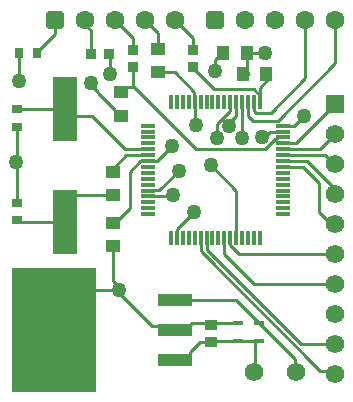
<source format=gtl>
G04*
G04 #@! TF.GenerationSoftware,Altium Limited,Altium Designer,24.7.2 (38)*
G04*
G04 Layer_Physical_Order=1*
G04 Layer_Color=255*
%FSLAX44Y44*%
%MOMM*%
G71*
G04*
G04 #@! TF.SameCoordinates,1ABB164B-B226-434E-8602-407845119EEE*
G04*
G04*
G04 #@! TF.FilePolarity,Positive*
G04*
G01*
G75*
%ADD14R,0.3000X1.2000*%
%ADD15R,1.2000X0.3000*%
%ADD16R,0.9500X0.4500*%
%ADD17R,1.0500X0.9500*%
%ADD18R,7.2000X10.5000*%
%ADD19R,2.8500X1.0500*%
%ADD20R,0.9000X0.8000*%
%ADD21R,1.2000X1.0000*%
%ADD22R,2.0000X5.5000*%
%ADD23R,1.0000X1.2000*%
%ADD24R,0.9121X0.9581*%
%ADD25R,0.9581X0.9121*%
%ADD26R,0.8000X0.9000*%
%ADD34C,1.5700*%
%ADD35R,1.5660X1.5660*%
%ADD36C,1.5660*%
%ADD40C,0.2540*%
%ADD41C,1.6000*%
G04:AMPARAMS|DCode=42|XSize=1.6mm|YSize=1.6mm|CornerRadius=0.4mm|HoleSize=0mm|Usage=FLASHONLY|Rotation=0.000|XOffset=0mm|YOffset=0mm|HoleType=Round|Shape=RoundedRectangle|*
%AMROUNDEDRECTD42*
21,1,1.6000,0.8000,0,0,0.0*
21,1,0.8000,1.6000,0,0,0.0*
1,1,0.8000,0.4000,-0.4000*
1,1,0.8000,-0.4000,-0.4000*
1,1,0.8000,-0.4000,0.4000*
1,1,0.8000,0.4000,0.4000*
%
%ADD42ROUNDEDRECTD42*%
%ADD43C,1.2700*%
D14*
X986120Y623920D02*
D03*
X991120D02*
D03*
X996120D02*
D03*
X1001120D02*
D03*
X1006120D02*
D03*
X1011120D02*
D03*
X1016120D02*
D03*
X1021120D02*
D03*
X1026120D02*
D03*
X1031120D02*
D03*
X1036120D02*
D03*
X1041120D02*
D03*
X1046120D02*
D03*
X1051120D02*
D03*
X1056120D02*
D03*
X1061120D02*
D03*
Y508920D02*
D03*
X1056120D02*
D03*
X1051120D02*
D03*
X1046120D02*
D03*
X1041120D02*
D03*
X1036120D02*
D03*
X1031120D02*
D03*
X1026120D02*
D03*
X1021120D02*
D03*
X1016120D02*
D03*
X1011120D02*
D03*
X1006120D02*
D03*
X1001120D02*
D03*
X996120D02*
D03*
X991120D02*
D03*
X986120D02*
D03*
D15*
X1081120Y603920D02*
D03*
Y598920D02*
D03*
Y593920D02*
D03*
Y588920D02*
D03*
Y583920D02*
D03*
Y578920D02*
D03*
Y573920D02*
D03*
Y568920D02*
D03*
Y563920D02*
D03*
Y558920D02*
D03*
Y553920D02*
D03*
Y548920D02*
D03*
Y543920D02*
D03*
Y538920D02*
D03*
Y533920D02*
D03*
Y528920D02*
D03*
X966120D02*
D03*
Y533920D02*
D03*
Y538920D02*
D03*
Y543920D02*
D03*
Y548920D02*
D03*
Y553920D02*
D03*
Y558920D02*
D03*
Y563920D02*
D03*
Y568920D02*
D03*
Y573920D02*
D03*
Y578920D02*
D03*
Y583920D02*
D03*
Y588920D02*
D03*
Y593920D02*
D03*
Y598920D02*
D03*
Y603920D02*
D03*
D16*
X1060450Y437010D02*
D03*
Y421510D02*
D03*
X1042670Y437010D02*
D03*
Y421510D02*
D03*
D17*
X1019810Y420740D02*
D03*
Y435240D02*
D03*
D18*
X887100Y430530D02*
D03*
D19*
X989100Y455930D02*
D03*
Y430530D02*
D03*
Y405130D02*
D03*
D20*
X855750Y538680D02*
D03*
Y523680D02*
D03*
Y602730D02*
D03*
Y617730D02*
D03*
D21*
X937260Y501810D02*
D03*
Y521810D02*
D03*
Y564990D02*
D03*
Y544990D02*
D03*
X943610Y632300D02*
D03*
Y612300D02*
D03*
X975360Y649130D02*
D03*
Y669130D02*
D03*
D22*
X896620Y617730D02*
D03*
Y522730D02*
D03*
D23*
X1046640Y647700D02*
D03*
X1066640D02*
D03*
X1050130Y665480D02*
D03*
X1030130D02*
D03*
D24*
X1004570Y667670D02*
D03*
Y653130D02*
D03*
X953770Y668020D02*
D03*
Y653480D02*
D03*
D25*
X918560Y664210D02*
D03*
X933100D02*
D03*
D26*
X857370Y665480D02*
D03*
X872370D02*
D03*
D34*
X1092200Y394970D02*
D03*
X1056640D02*
D03*
D35*
X1125220Y622300D02*
D03*
D36*
Y596900D02*
D03*
Y571500D02*
D03*
Y546100D02*
D03*
Y520700D02*
D03*
Y495300D02*
D03*
Y469900D02*
D03*
Y444500D02*
D03*
Y419100D02*
D03*
Y393700D02*
D03*
D40*
X887100Y430530D02*
X921390Y464820D01*
X942340D01*
X1056640Y469900D02*
X1125220D01*
X1031120Y495420D02*
Y508920D01*
Y495420D02*
X1056640Y469900D01*
X1036350Y502598D02*
Y508690D01*
Y502598D02*
X1043648Y495300D01*
X1036120Y508920D02*
X1036350Y508690D01*
X1043648Y495300D02*
X1125220D01*
X975870Y549150D02*
X992505Y565785D01*
X966350Y549150D02*
X975870D01*
X966120Y548920D02*
X966350Y549150D01*
X987150Y543920D02*
X988060Y544830D01*
X966120Y543920D02*
X987150D01*
X950894Y564786D02*
X959798Y573690D01*
X950894Y534444D02*
Y564786D01*
X938260Y521810D02*
X950894Y534444D01*
X991350Y516370D02*
X1005840Y530860D01*
X991350Y509150D02*
Y516370D01*
X991120Y508920D02*
X991350Y509150D01*
X1062943Y594407D02*
X1065692D01*
X1070205Y598920D01*
X1081120D01*
X986120Y508920D02*
X986350Y509150D01*
X1090330Y603920D02*
X1098550Y612140D01*
X1081120Y603920D02*
X1090330D01*
X1055740Y607960D02*
X1076590D01*
X1125220Y656590D02*
Y693420D01*
X1076590Y607960D02*
X1125220Y656590D01*
X1056120Y623920D02*
X1056176Y623864D01*
Y616168D02*
X1057664Y614680D01*
X1056176Y616168D02*
Y623864D01*
X1057664Y614680D02*
X1070610D01*
X1099820Y643890D02*
Y693420D01*
X1070610Y614680D02*
X1099820Y643890D01*
X1051350Y612350D02*
X1055740Y607960D01*
X1051350Y612350D02*
Y623690D01*
X1046480Y593090D02*
Y613510D01*
X1046120Y613870D02*
X1046480Y613510D01*
X1035050Y605938D02*
X1040890Y611778D01*
Y623690D01*
X1035050Y603250D02*
Y605938D01*
X1040890Y623690D02*
X1041120Y623920D01*
X1024890Y605662D02*
X1035890Y616662D01*
X1024890Y593090D02*
Y605662D01*
X1035890Y616662D02*
Y623690D01*
X1036120Y623920D01*
X1006350Y605280D02*
X1007110Y604520D01*
X1006350Y605280D02*
Y623690D01*
X1006120Y623920D02*
X1006350Y623690D01*
X1046120Y613870D02*
Y623920D01*
X1051120D02*
X1051350Y623690D01*
X1019810Y570230D02*
X1041120Y548920D01*
Y508920D02*
Y548920D01*
X1050130Y665480D02*
X1065530D01*
X1007110Y584200D02*
X1065308D01*
X1074068Y592960D01*
X1074902D01*
X1074902Y592960D01*
X1075660D01*
X1076620Y593920D01*
X1081120D01*
X953770Y637540D02*
X1007110Y584200D01*
X1026400Y660750D02*
X1030130Y664480D01*
X1023620Y659262D02*
X1025108Y660750D01*
X1030130Y664480D02*
Y665480D01*
X1025108Y660750D02*
X1026400D01*
X1023620Y650240D02*
Y659262D01*
X989330Y693420D02*
X1004570Y678180D01*
Y667670D02*
Y678180D01*
X963930Y693420D02*
X975360Y681990D01*
Y669130D02*
Y681990D01*
X938530Y693420D02*
X953770Y678180D01*
Y668020D02*
Y678180D01*
X918560Y664210D02*
Y684348D01*
X913130Y689778D02*
X918560Y684348D01*
X913130Y689778D02*
Y693420D01*
X872370Y665980D02*
X887730Y681340D01*
Y693420D01*
X872370Y665480D02*
Y665980D01*
X1003568Y436880D02*
X1042555D01*
X1042670Y421510D02*
X1057950D01*
X1056970Y420530D02*
X1057950Y421510D01*
X1056970Y395300D02*
Y420530D01*
X1057950Y421510D02*
X1060450D01*
X1056640Y394970D02*
X1056970Y395300D01*
X1069180Y644160D02*
Y645160D01*
X1061120Y636100D02*
X1069180Y644160D01*
X1050130Y649290D02*
Y665480D01*
X1004570Y652900D02*
Y653130D01*
Y652900D02*
X1007861Y649609D01*
X1008091D02*
X1022700Y635000D01*
X1007861Y649609D02*
X1008091D01*
X1022700Y635000D02*
X1056132D01*
X1081350Y568690D02*
X1097550D01*
X1111250Y531120D02*
Y554990D01*
X1097550Y568690D02*
X1111250Y554990D01*
X1121670Y520700D02*
X1125220D01*
X1111250Y531120D02*
X1121670Y520700D01*
X989100Y405130D02*
X998100D01*
X1010750Y420740D02*
X1019810D01*
X1002080Y412070D02*
X1010750Y420740D01*
X1002080Y409110D02*
Y412070D01*
X998100Y405130D02*
X1002080Y409110D01*
X1041400Y455930D02*
X1076325Y421005D01*
X1019810Y420740D02*
X1020580Y421510D01*
X1042670D01*
X1002080Y434510D02*
Y435392D01*
X998100Y430530D02*
X1002080Y434510D01*
Y435392D02*
X1003568Y436880D01*
X989100Y430530D02*
X998100D01*
X855750Y538680D02*
Y602730D01*
X1050130Y649290D02*
X1051720Y647700D01*
X1061120Y623920D02*
Y636100D01*
X1056132Y635000D02*
X1060890Y630242D01*
X975440Y669130D02*
X979170Y672860D01*
X975360Y669130D02*
X975440D01*
X933100Y664210D02*
X934720Y662590D01*
Y647700D02*
Y662590D01*
X938880Y616030D02*
X942610Y612300D01*
X938880Y616030D02*
Y617030D01*
X942610Y612300D02*
X943610D01*
X924602Y631308D02*
Y632104D01*
Y631308D02*
X938880Y617030D01*
X918210Y638496D02*
Y640080D01*
Y638496D02*
X924602Y632104D01*
X1005890Y624150D02*
Y632300D01*
X989060Y649130D02*
X1005890Y632300D01*
Y624150D02*
X1006120Y623920D01*
X975360Y649130D02*
X989060D01*
X902212Y612138D02*
X919482D01*
X947470Y584150D01*
X896620Y617730D02*
X902212Y612138D01*
X946318Y636278D02*
X951932D01*
X943610Y633570D02*
X946318Y636278D01*
X951932D02*
X953420Y637766D01*
X953770Y637540D02*
Y653480D01*
X872131Y665480D02*
X872370D01*
X1125220Y546100D02*
Y549650D01*
X1121434Y553436D02*
X1125220Y549650D01*
X1101210Y573920D02*
X1121434Y553696D01*
X1081120Y573920D02*
X1101210D01*
X1121434Y553436D02*
Y553696D01*
X1016350Y498760D02*
Y508690D01*
X1096010Y419100D02*
X1125220D01*
X1016350Y498760D02*
X1096010Y419100D01*
X1011350Y497410D02*
Y508690D01*
X1112550Y396210D02*
X1122710D01*
X1011350Y497410D02*
X1112550Y396210D01*
X1016120Y508920D02*
X1016350Y508690D01*
X1122710Y396210D02*
X1125220Y393700D01*
X1011120Y508920D02*
X1011350Y508690D01*
X989100Y455930D02*
X1041400D01*
X857250Y641350D02*
Y661050D01*
X966350Y574150D02*
X974200D01*
X986790Y586740D01*
X966120Y573920D02*
X966350Y574150D01*
X959798Y573690D02*
X965890D01*
X966120Y573920D01*
X937260Y521810D02*
X938260D01*
X942340Y464820D02*
Y467569D01*
X937260Y472649D02*
Y501810D01*
Y472649D02*
X942340Y467569D01*
X896620Y522730D02*
Y536260D01*
X905350Y544990D02*
X937260D01*
X896620Y536260D02*
X905350Y544990D01*
X1092070Y589150D02*
X1125220Y622300D01*
X1081350Y589150D02*
X1092070D01*
X1112470Y584150D02*
X1125220Y596900D01*
X1081350Y584150D02*
X1112470D01*
X1116179Y578920D02*
X1123599Y571500D01*
X1125220D01*
X1081120Y578920D02*
X1116179D01*
X1081120Y568920D02*
X1081350Y568690D01*
X1090798Y396372D02*
Y406532D01*
Y396372D02*
X1092200Y394970D01*
X1076325Y421005D02*
X1090798Y406532D01*
X1081120Y588920D02*
X1081350Y589150D01*
X1081120Y583920D02*
X1081350Y584150D01*
X942340Y462280D02*
Y464820D01*
Y462280D02*
X970110Y434510D01*
X985120D01*
X989100Y430530D01*
X887100D02*
X912500Y405130D01*
X947470Y584150D02*
X965890D01*
X937260Y564990D02*
X938260Y565990D01*
Y568690D02*
X948260Y578690D01*
X965890D01*
Y584150D02*
X966120Y583920D01*
X854480Y617730D02*
X896620D01*
X855430Y522730D02*
X896620D01*
X855750Y523680D02*
X856700Y522730D01*
X965890Y578690D02*
X966120Y578920D01*
D41*
X1074420Y693420D02*
D03*
X1049020D02*
D03*
X1099820D02*
D03*
X1125220D02*
D03*
X938530D02*
D03*
X913130D02*
D03*
X963930D02*
D03*
X989330D02*
D03*
D42*
X1023620D02*
D03*
X887730D02*
D03*
D43*
X992505Y565785D02*
D03*
X988060Y544830D02*
D03*
X1098550Y612140D02*
D03*
X1062943Y594407D02*
D03*
X1005840Y530860D02*
D03*
X1035050Y603250D02*
D03*
X1024890Y593090D02*
D03*
X1007110Y604520D02*
D03*
X1046480Y593090D02*
D03*
X1019810Y570230D02*
D03*
X1065530Y665480D02*
D03*
X1023620Y650240D02*
D03*
X934720Y647700D02*
D03*
X918210Y640080D02*
D03*
X854710Y572770D02*
D03*
X986790Y586740D02*
D03*
X857250Y641350D02*
D03*
X942340Y464820D02*
D03*
M02*

</source>
